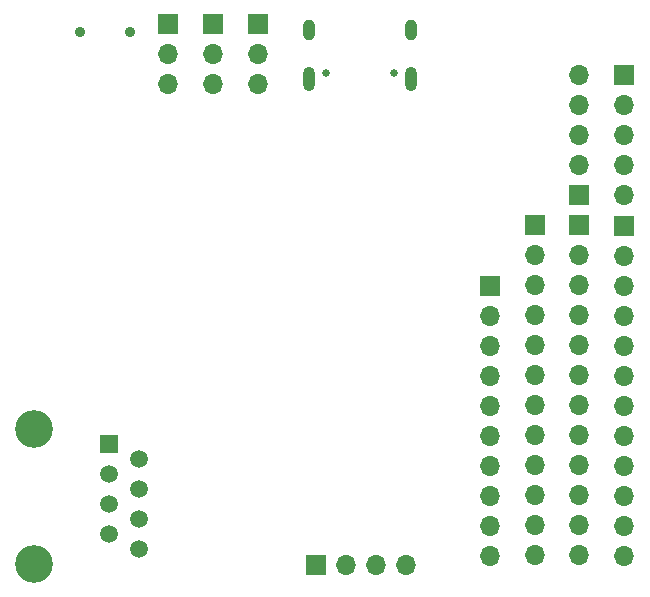
<source format=gbs>
G04 #@! TF.GenerationSoftware,KiCad,Pcbnew,8.0.7*
G04 #@! TF.CreationDate,2025-01-11T17:49:49-05:00*
G04 #@! TF.ProjectId,STM32H750VBT6_Minimalistic_Design,53544d33-3248-4373-9530-564254365f4d,rev?*
G04 #@! TF.SameCoordinates,Original*
G04 #@! TF.FileFunction,Soldermask,Bot*
G04 #@! TF.FilePolarity,Negative*
%FSLAX46Y46*%
G04 Gerber Fmt 4.6, Leading zero omitted, Abs format (unit mm)*
G04 Created by KiCad (PCBNEW 8.0.7) date 2025-01-11 17:49:49*
%MOMM*%
%LPD*%
G01*
G04 APERTURE LIST*
%ADD10R,1.700000X1.700000*%
%ADD11O,1.700000X1.700000*%
%ADD12C,0.650000*%
%ADD13O,1.000000X2.100000*%
%ADD14O,1.000000X1.800000*%
%ADD15C,0.900000*%
%ADD16C,3.200000*%
%ADD17R,1.500000X1.500000*%
%ADD18C,1.500000*%
G04 APERTURE END LIST*
D10*
X164800000Y-85970000D03*
D11*
X164800000Y-88510000D03*
X164800000Y-91050000D03*
X164800000Y-93590000D03*
X164800000Y-96130000D03*
D12*
X145290000Y-85800000D03*
X139510000Y-85800000D03*
D13*
X146720000Y-86300000D03*
D14*
X146720000Y-82120000D03*
D13*
X138080000Y-86300000D03*
D14*
X138080000Y-82120000D03*
D15*
X122975000Y-82315000D03*
X118725000Y-82315000D03*
D10*
X153400000Y-103775000D03*
D11*
X153400000Y-106315000D03*
X153400000Y-108855000D03*
X153400000Y-111395000D03*
X153400000Y-113935000D03*
X153400000Y-116475000D03*
X153400000Y-119015000D03*
X153400000Y-121555000D03*
X153400000Y-124095000D03*
X153400000Y-126635000D03*
D10*
X157200000Y-98660000D03*
D11*
X157200000Y-101200000D03*
X157200000Y-103740000D03*
X157200000Y-106280000D03*
X157200000Y-108820000D03*
X157200000Y-111360000D03*
X157200000Y-113900000D03*
X157200000Y-116440000D03*
X157200000Y-118980000D03*
X157200000Y-121520000D03*
X157200000Y-124060000D03*
X157200000Y-126600000D03*
D10*
X164800000Y-98720000D03*
D11*
X164800000Y-101260000D03*
X164800000Y-103800000D03*
X164800000Y-106340000D03*
X164800000Y-108880000D03*
X164800000Y-111420000D03*
X164800000Y-113960000D03*
X164800000Y-116500000D03*
X164800000Y-119040000D03*
X164800000Y-121580000D03*
X164800000Y-124120000D03*
X164800000Y-126660000D03*
D10*
X126200000Y-81660000D03*
D11*
X126200000Y-84200000D03*
X126200000Y-86740000D03*
D16*
X114850000Y-115910000D03*
X114850000Y-127340000D03*
D17*
X121200000Y-117180000D03*
D18*
X123740000Y-118450000D03*
X121200000Y-119720000D03*
X123740000Y-120990000D03*
X121200000Y-122260000D03*
X123740000Y-123530000D03*
X121200000Y-124800000D03*
X123740000Y-126070000D03*
D10*
X138720000Y-127400000D03*
D11*
X141260000Y-127400000D03*
X143800000Y-127400000D03*
X146340000Y-127400000D03*
D10*
X133800000Y-81600000D03*
D11*
X133800000Y-84140000D03*
X133800000Y-86680000D03*
D10*
X161000000Y-98660000D03*
D11*
X161000000Y-101200000D03*
X161000000Y-103740000D03*
X161000000Y-106280000D03*
X161000000Y-108820000D03*
X161000000Y-111360000D03*
X161000000Y-113900000D03*
X161000000Y-116440000D03*
X161000000Y-118980000D03*
X161000000Y-121520000D03*
X161000000Y-124060000D03*
X161000000Y-126600000D03*
D10*
X130000000Y-81660000D03*
D11*
X130000000Y-84200000D03*
X130000000Y-86740000D03*
D10*
X161000000Y-96120000D03*
D11*
X161000000Y-93580000D03*
X161000000Y-91040000D03*
X161000000Y-88500000D03*
X161000000Y-85960000D03*
M02*

</source>
